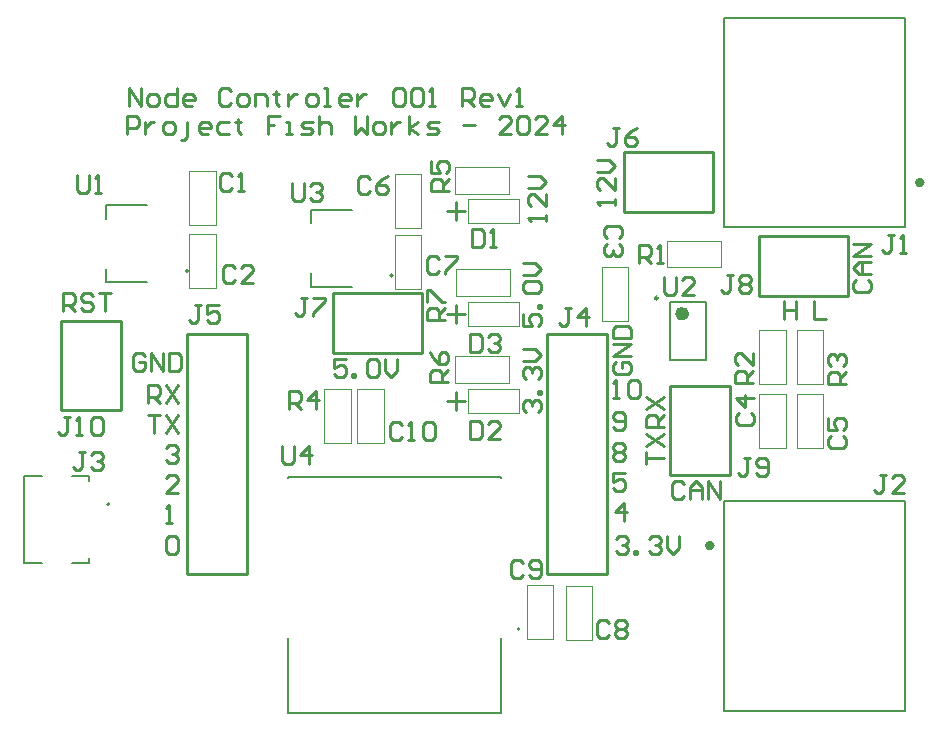
<source format=gto>
G04*
G04 #@! TF.GenerationSoftware,Altium Limited,Altium Designer,24.1.2 (44)*
G04*
G04 Layer_Color=65535*
%FSLAX44Y44*%
%MOMM*%
G71*
G04*
G04 #@! TF.SameCoordinates,CB13D785-5938-4027-9B75-91E117B44D59*
G04*
G04*
G04 #@! TF.FilePolarity,Positive*
G04*
G01*
G75*
%ADD10C,0.2000*%
%ADD11C,0.4000*%
%ADD12C,0.6000*%
%ADD13C,0.2500*%
%ADD14C,0.2540*%
%ADD15C,0.1000*%
%ADD16C,0.1270*%
D10*
X61010Y135110D02*
G03*
X61010Y135110I-1000J0D01*
G01*
X127680Y332460D02*
G03*
X127680Y332460I-1000J0D01*
G01*
X300920Y328790D02*
G03*
X300920Y328790I-1000J0D01*
G01*
X408260Y29420D02*
G03*
X408260Y29420I-1000J0D01*
G01*
X44010Y154560D02*
Y159110D01*
Y85110D02*
Y89660D01*
X28960Y85110D02*
X44010D01*
X-11490D02*
X4060D01*
X28960Y159110D02*
X44010D01*
X-11490D02*
X4060D01*
X-11490Y85110D02*
Y159110D01*
X58180Y387960D02*
X93180D01*
X58180Y322960D02*
X93180D01*
X58180Y376460D02*
Y387960D01*
Y322960D02*
Y334460D01*
X231420Y384290D02*
X266420D01*
X231420Y319290D02*
X266420D01*
X231420Y372790D02*
Y384290D01*
Y319290D02*
Y330790D01*
X535930Y257440D02*
X566430D01*
X535930Y306440D02*
X566430D01*
Y257440D02*
Y306440D01*
X535930Y257440D02*
Y306440D01*
D11*
X749150Y407400D02*
G03*
X749150Y407400I-2000J0D01*
G01*
X571350Y100000D02*
G03*
X571350Y100000I-2000J0D01*
G01*
D12*
X548930Y296440D02*
G03*
X548930Y296440I-3000J0D01*
G01*
D13*
X525430Y309490D02*
G03*
X525430Y309490I-1250J0D01*
G01*
D14*
X535940Y234950D02*
X586740D01*
X535940Y159550D02*
X586740D01*
Y234950D01*
X535940Y159550D02*
Y234950D01*
X354330Y375920D02*
Y391160D01*
X346710Y383540D02*
X361950D01*
X250190Y262890D02*
X325590D01*
X250190Y313690D02*
X325590D01*
Y262890D02*
Y313690D01*
X250190Y262890D02*
Y313690D01*
X346710Y222250D02*
X361950D01*
X354330Y214630D02*
Y229870D01*
X346710Y295910D02*
X361950D01*
X354330Y288290D02*
Y303530D01*
X611200Y311600D02*
Y362400D01*
X686600Y311600D02*
Y362400D01*
X611200D02*
X686600D01*
X611200Y311600D02*
X686600D01*
X431800Y76200D02*
X482600D01*
X431800Y279400D02*
X482600D01*
X431800Y76200D02*
Y279400D01*
X482600Y76200D02*
Y279400D01*
X20320Y214630D02*
X71120D01*
X20320Y290030D02*
X71120D01*
X20320Y214630D02*
Y290030D01*
X71120Y214630D02*
Y290030D01*
X127000Y76200D02*
X177800D01*
X127000Y279400D02*
X177800D01*
X127000Y76200D02*
Y279400D01*
X177800Y76200D02*
Y279400D01*
X496570Y382270D02*
X571970D01*
X496570Y433070D02*
X571970D01*
Y382270D02*
Y433070D01*
X496570Y382270D02*
Y433070D01*
X685067Y236864D02*
X669832D01*
Y244481D01*
X672372Y247020D01*
X677450D01*
X679989Y244481D01*
Y236864D01*
Y241942D02*
X685067Y247020D01*
X672372Y252099D02*
X669832Y254638D01*
Y259716D01*
X672372Y262255D01*
X674911D01*
X677450Y259716D01*
Y257177D01*
Y259716D01*
X679989Y262255D01*
X682528D01*
X685067Y259716D01*
Y254638D01*
X682528Y252099D01*
X530860Y200660D02*
X515625D01*
Y208277D01*
X518164Y210817D01*
X523242D01*
X525782Y208277D01*
Y200660D01*
Y205738D02*
X530860Y210817D01*
X515625Y215895D02*
X530860Y226052D01*
X515625D02*
X530860Y215895D01*
X515625Y168910D02*
Y179067D01*
Y173988D01*
X530860D01*
X515625Y184145D02*
X530860Y194302D01*
X515625D02*
X530860Y184145D01*
X76200Y448308D02*
Y463543D01*
X83818D01*
X86357Y461004D01*
Y455926D01*
X83818Y453387D01*
X76200D01*
X91435Y458465D02*
Y448308D01*
Y453387D01*
X93974Y455926D01*
X96513Y458465D01*
X99053D01*
X109209Y448308D02*
X114288D01*
X116827Y450848D01*
Y455926D01*
X114288Y458465D01*
X109209D01*
X106670Y455926D01*
Y450848D01*
X109209Y448308D01*
X121905Y443230D02*
X124444D01*
X126984Y445769D01*
Y458465D01*
X144758Y448308D02*
X139679D01*
X137140Y450848D01*
Y455926D01*
X139679Y458465D01*
X144758D01*
X147297Y455926D01*
Y453387D01*
X137140D01*
X162532Y458465D02*
X154915D01*
X152375Y455926D01*
Y450848D01*
X154915Y448308D01*
X162532D01*
X170150Y461004D02*
Y458465D01*
X167610D01*
X172689D01*
X170150D01*
Y450848D01*
X172689Y448308D01*
X205698Y463543D02*
X195541D01*
Y455926D01*
X200620D01*
X195541D01*
Y448308D01*
X210777D02*
X215855D01*
X213316D01*
Y458465D01*
X210777D01*
X223472Y448308D02*
X231090D01*
X233629Y450848D01*
X231090Y453387D01*
X226012D01*
X223472Y455926D01*
X226012Y458465D01*
X233629D01*
X238707Y463543D02*
Y448308D01*
Y455926D01*
X241247Y458465D01*
X246325D01*
X248864Y455926D01*
Y448308D01*
X269178Y463543D02*
Y448308D01*
X274256Y453387D01*
X279334Y448308D01*
Y463543D01*
X286952Y448308D02*
X292030D01*
X294569Y450848D01*
Y455926D01*
X292030Y458465D01*
X286952D01*
X284413Y455926D01*
Y450848D01*
X286952Y448308D01*
X299648Y458465D02*
Y448308D01*
Y453387D01*
X302187Y455926D01*
X304726Y458465D01*
X307265D01*
X314883Y448308D02*
Y463543D01*
Y453387D02*
X322500Y458465D01*
X314883Y453387D02*
X322500Y448308D01*
X330118D02*
X337735D01*
X340275Y450848D01*
X337735Y453387D01*
X332657D01*
X330118Y455926D01*
X332657Y458465D01*
X340275D01*
X360588Y455926D02*
X370745D01*
X401215Y448308D02*
X391058D01*
X401215Y458465D01*
Y461004D01*
X398676Y463543D01*
X393597D01*
X391058Y461004D01*
X406293D02*
X408832Y463543D01*
X413911D01*
X416450Y461004D01*
Y450848D01*
X413911Y448308D01*
X408832D01*
X406293Y450848D01*
Y461004D01*
X431685Y448308D02*
X421528D01*
X431685Y458465D01*
Y461004D01*
X429146Y463543D01*
X424067D01*
X421528Y461004D01*
X444381Y448308D02*
Y463543D01*
X436763Y455926D01*
X446920D01*
X77470Y472440D02*
Y487675D01*
X87627Y472440D01*
Y487675D01*
X95244Y472440D02*
X100323D01*
X102862Y474979D01*
Y480057D01*
X100323Y482597D01*
X95244D01*
X92705Y480057D01*
Y474979D01*
X95244Y472440D01*
X118097Y487675D02*
Y472440D01*
X110479D01*
X107940Y474979D01*
Y480057D01*
X110479Y482597D01*
X118097D01*
X130793Y472440D02*
X125714D01*
X123175Y474979D01*
Y480057D01*
X125714Y482597D01*
X130793D01*
X133332Y480057D01*
Y477518D01*
X123175D01*
X163802Y485136D02*
X161263Y487675D01*
X156185D01*
X153645Y485136D01*
Y474979D01*
X156185Y472440D01*
X161263D01*
X163802Y474979D01*
X171420Y472440D02*
X176498D01*
X179037Y474979D01*
Y480057D01*
X176498Y482597D01*
X171420D01*
X168880Y480057D01*
Y474979D01*
X171420Y472440D01*
X184116D02*
Y482597D01*
X191733D01*
X194272Y480057D01*
Y472440D01*
X201890Y485136D02*
Y482597D01*
X199351D01*
X204429D01*
X201890D01*
Y474979D01*
X204429Y472440D01*
X212047Y482597D02*
Y472440D01*
Y477518D01*
X214586Y480057D01*
X217125Y482597D01*
X219664D01*
X229821Y472440D02*
X234899D01*
X237438Y474979D01*
Y480057D01*
X234899Y482597D01*
X229821D01*
X227281Y480057D01*
Y474979D01*
X229821Y472440D01*
X242517D02*
X247595D01*
X245056D01*
Y487675D01*
X242517D01*
X262830Y472440D02*
X257752D01*
X255212Y474979D01*
Y480057D01*
X257752Y482597D01*
X262830D01*
X265369Y480057D01*
Y477518D01*
X255212D01*
X270448Y482597D02*
Y472440D01*
Y477518D01*
X272987Y480057D01*
X275526Y482597D01*
X278065D01*
X300918Y485136D02*
X303457Y487675D01*
X308535D01*
X311074Y485136D01*
Y474979D01*
X308535Y472440D01*
X303457D01*
X300918Y474979D01*
Y485136D01*
X316153D02*
X318692Y487675D01*
X323770D01*
X326310Y485136D01*
Y474979D01*
X323770Y472440D01*
X318692D01*
X316153Y474979D01*
Y485136D01*
X331388Y472440D02*
X336466D01*
X333927D01*
Y487675D01*
X331388Y485136D01*
X359319Y472440D02*
Y487675D01*
X366936D01*
X369476Y485136D01*
Y480057D01*
X366936Y477518D01*
X359319D01*
X364397D02*
X369476Y472440D01*
X382171D02*
X377093D01*
X374554Y474979D01*
Y480057D01*
X377093Y482597D01*
X382171D01*
X384711Y480057D01*
Y477518D01*
X374554D01*
X389789Y482597D02*
X394867Y472440D01*
X399946Y482597D01*
X405024Y472440D02*
X410102D01*
X407563D01*
Y487675D01*
X405024Y485136D01*
X547367Y152396D02*
X544827Y154935D01*
X539749D01*
X537210Y152396D01*
Y142239D01*
X539749Y139700D01*
X544827D01*
X547367Y142239D01*
X552445Y139700D02*
Y149857D01*
X557523Y154935D01*
X562602Y149857D01*
Y139700D01*
Y147317D01*
X552445D01*
X567680Y139700D02*
Y154935D01*
X577837Y139700D01*
Y154935D01*
X657860Y307335D02*
Y292100D01*
X668017D01*
X632460Y307335D02*
Y292100D01*
Y299718D01*
X642617D01*
Y307335D01*
Y292100D01*
X693424Y325117D02*
X690885Y322578D01*
Y317499D01*
X693424Y314960D01*
X703581D01*
X706120Y317499D01*
Y322578D01*
X703581Y325117D01*
X706120Y330195D02*
X695963D01*
X690885Y335273D01*
X695963Y340352D01*
X706120D01*
X698503D01*
Y330195D01*
X706120Y345430D02*
X690885D01*
X706120Y355587D01*
X690885D01*
X21590Y298450D02*
Y313685D01*
X29207D01*
X31747Y311146D01*
Y306068D01*
X29207Y303528D01*
X21590D01*
X26668D02*
X31747Y298450D01*
X46982Y311146D02*
X44443Y313685D01*
X39364D01*
X36825Y311146D01*
Y308607D01*
X39364Y306068D01*
X44443D01*
X46982Y303528D01*
Y300989D01*
X44443Y298450D01*
X39364D01*
X36825Y300989D01*
X52060Y313685D02*
X62217D01*
X57139D01*
Y298450D01*
X490220Y105406D02*
X492759Y107945D01*
X497837D01*
X500377Y105406D01*
Y102867D01*
X497837Y100328D01*
X495298D01*
X497837D01*
X500377Y97788D01*
Y95249D01*
X497837Y92710D01*
X492759D01*
X490220Y95249D01*
X505455Y92710D02*
Y95249D01*
X507994D01*
Y92710D01*
X505455D01*
X518151Y105406D02*
X520690Y107945D01*
X525769D01*
X528308Y105406D01*
Y102867D01*
X525769Y100328D01*
X523229D01*
X525769D01*
X528308Y97788D01*
Y95249D01*
X525769Y92710D01*
X520690D01*
X518151Y95249D01*
X533386Y107945D02*
Y97788D01*
X538464Y92710D01*
X543543Y97788D01*
Y107945D01*
X496567Y120650D02*
Y135885D01*
X488950Y128267D01*
X499107D01*
X497837Y161285D02*
X487680D01*
Y153667D01*
X492758Y156207D01*
X495298D01*
X497837Y153667D01*
Y148589D01*
X495298Y146050D01*
X490219D01*
X487680Y148589D01*
Y184146D02*
X490219Y186685D01*
X495298D01*
X497837Y184146D01*
Y181607D01*
X495298Y179067D01*
X497837Y176528D01*
Y173989D01*
X495298Y171450D01*
X490219D01*
X487680Y173989D01*
Y176528D01*
X490219Y179067D01*
X487680Y181607D01*
Y184146D01*
X490219Y179067D02*
X495298D01*
X487680Y200659D02*
X490219Y198120D01*
X495298D01*
X497837Y200659D01*
Y210816D01*
X495298Y213355D01*
X490219D01*
X487680Y210816D01*
Y208277D01*
X490219Y205737D01*
X497837D01*
X487680Y224790D02*
X492758D01*
X490219D01*
Y240025D01*
X487680Y237486D01*
X500376D02*
X502915Y240025D01*
X507993D01*
X510533Y237486D01*
Y227329D01*
X507993Y224790D01*
X502915D01*
X500376Y227329D01*
Y237486D01*
X490224Y255267D02*
X487685Y252728D01*
Y247649D01*
X490224Y245110D01*
X500381D01*
X502920Y247649D01*
Y252728D01*
X500381Y255267D01*
X495303D01*
Y250188D01*
X502920Y260345D02*
X487685D01*
X502920Y270502D01*
X487685D01*
Y275580D02*
X502920D01*
Y283198D01*
X500381Y285737D01*
X490224D01*
X487685Y283198D01*
Y275580D01*
X109220Y105406D02*
X111759Y107945D01*
X116838D01*
X119377Y105406D01*
Y95249D01*
X116838Y92710D01*
X111759D01*
X109220Y95249D01*
Y105406D01*
Y119380D02*
X114298D01*
X111759D01*
Y134615D01*
X109220Y132076D01*
X119377Y144780D02*
X109220D01*
X119377Y154937D01*
Y157476D01*
X116838Y160015D01*
X111759D01*
X109220Y157476D01*
Y182876D02*
X111759Y185415D01*
X116838D01*
X119377Y182876D01*
Y180337D01*
X116838Y177798D01*
X114298D01*
X116838D01*
X119377Y175258D01*
Y172719D01*
X116838Y170180D01*
X111759D01*
X109220Y172719D01*
X93980Y210815D02*
X104137D01*
X99058D01*
Y195580D01*
X109215Y210815D02*
X119372Y195580D01*
Y210815D02*
X109215Y195580D01*
X93980Y220980D02*
Y236215D01*
X101597D01*
X104137Y233676D01*
Y228598D01*
X101597Y226058D01*
X93980D01*
X99058D02*
X104137Y220980D01*
X109215Y236215D02*
X119372Y220980D01*
Y236215D02*
X109215Y220980D01*
X91437Y260346D02*
X88897Y262885D01*
X83819D01*
X81280Y260346D01*
Y250189D01*
X83819Y247650D01*
X88897D01*
X91437Y250189D01*
Y255268D01*
X86358D01*
X96515Y247650D02*
Y262885D01*
X106672Y247650D01*
Y262885D01*
X111750D02*
Y247650D01*
X119368D01*
X121907Y250189D01*
Y260346D01*
X119368Y262885D01*
X111750D01*
X261617Y257805D02*
X251460D01*
Y250187D01*
X256538Y252727D01*
X259077D01*
X261617Y250187D01*
Y245109D01*
X259077Y242570D01*
X253999D01*
X251460Y245109D01*
X266695Y242570D02*
Y245109D01*
X269234D01*
Y242570D01*
X266695D01*
X279391Y255266D02*
X281930Y257805D01*
X287008D01*
X289548Y255266D01*
Y245109D01*
X287008Y242570D01*
X281930D01*
X279391Y245109D01*
Y255266D01*
X294626Y257805D02*
Y247648D01*
X299704Y242570D01*
X304783Y247648D01*
Y257805D01*
X488950Y388620D02*
Y393698D01*
Y391159D01*
X473715D01*
X476254Y388620D01*
X488950Y411473D02*
Y401316D01*
X478793Y411473D01*
X476254D01*
X473715Y408933D01*
Y403855D01*
X476254Y401316D01*
X473715Y416551D02*
X483872D01*
X488950Y421629D01*
X483872Y426708D01*
X473715D01*
X414024Y213360D02*
X411485Y215899D01*
Y220977D01*
X414024Y223517D01*
X416563D01*
X419103Y220977D01*
Y218438D01*
Y220977D01*
X421642Y223517D01*
X424181D01*
X426720Y220977D01*
Y215899D01*
X424181Y213360D01*
X426720Y228595D02*
X424181D01*
Y231134D01*
X426720D01*
Y228595D01*
X414024Y241291D02*
X411485Y243830D01*
Y248909D01*
X414024Y251448D01*
X416563D01*
X419103Y248909D01*
Y246369D01*
Y248909D01*
X421642Y251448D01*
X424181D01*
X426720Y248909D01*
Y243830D01*
X424181Y241291D01*
X411485Y256526D02*
X421642D01*
X426720Y261604D01*
X421642Y266683D01*
X411485D01*
Y295907D02*
Y285750D01*
X419103D01*
X416563Y290828D01*
Y293368D01*
X419103Y295907D01*
X424181D01*
X426720Y293368D01*
Y288289D01*
X424181Y285750D01*
X426720Y300985D02*
X424181D01*
Y303524D01*
X426720D01*
Y300985D01*
X414024Y313681D02*
X411485Y316220D01*
Y321298D01*
X414024Y323838D01*
X424181D01*
X426720Y321298D01*
Y316220D01*
X424181Y313681D01*
X414024D01*
X411485Y328916D02*
X421642D01*
X426720Y333994D01*
X421642Y339073D01*
X411485D01*
X430530Y374650D02*
Y379728D01*
Y377189D01*
X415295D01*
X417834Y374650D01*
X430530Y397503D02*
Y387346D01*
X420373Y397503D01*
X417834D01*
X415295Y394963D01*
Y389885D01*
X417834Y387346D01*
X415295Y402581D02*
X425452D01*
X430530Y407659D01*
X425452Y412738D01*
X415295D01*
X40471Y179557D02*
X35392D01*
X37932D01*
Y166862D01*
X35392Y164322D01*
X32853D01*
X30314Y166862D01*
X45549Y177018D02*
X48088Y179557D01*
X53167D01*
X55706Y177018D01*
Y174479D01*
X53167Y171940D01*
X50627D01*
X53167D01*
X55706Y169401D01*
Y166862D01*
X53167Y164322D01*
X48088D01*
X45549Y166862D01*
X589281Y328927D02*
X584202D01*
X586742D01*
Y316232D01*
X584202Y313692D01*
X581663D01*
X579124Y316232D01*
X594359Y326388D02*
X596898Y328927D01*
X601977D01*
X604516Y326388D01*
Y323849D01*
X601977Y321310D01*
X604516Y318771D01*
Y316232D01*
X601977Y313692D01*
X596898D01*
X594359Y316232D01*
Y318771D01*
X596898Y321310D01*
X594359Y323849D01*
Y326388D01*
X596898Y321310D02*
X601977D01*
X207010Y184145D02*
Y171449D01*
X209549Y168910D01*
X214627D01*
X217167Y171449D01*
Y184145D01*
X229863Y168910D02*
Y184145D01*
X222245Y176528D01*
X232402D01*
X215664Y407207D02*
Y394512D01*
X218203Y391973D01*
X223282D01*
X225821Y394512D01*
Y407207D01*
X230899Y404668D02*
X233438Y407207D01*
X238517D01*
X241056Y404668D01*
Y402129D01*
X238517Y399590D01*
X235977D01*
X238517D01*
X241056Y397051D01*
Y394512D01*
X238517Y391973D01*
X233438D01*
X230899Y394512D01*
X530864Y327658D02*
Y314962D01*
X533403Y312423D01*
X538482D01*
X541021Y314962D01*
Y327658D01*
X556256Y312423D02*
X546099D01*
X556256Y322579D01*
Y325118D01*
X553717Y327658D01*
X548638D01*
X546099Y325118D01*
X33528Y413507D02*
Y400811D01*
X36067Y398272D01*
X41146D01*
X43685Y400811D01*
Y413507D01*
X48763Y398272D02*
X53841D01*
X51302D01*
Y413507D01*
X48763Y410968D01*
X345438Y290834D02*
X330202D01*
Y298452D01*
X332742Y300991D01*
X337820D01*
X340359Y298452D01*
Y290834D01*
Y295912D02*
X345438Y300991D01*
X330202Y306069D02*
Y316226D01*
X332742D01*
X342898Y306069D01*
X345438D01*
X348122Y238764D02*
X332887D01*
Y246382D01*
X335426Y248921D01*
X340505D01*
X343044Y246382D01*
Y238764D01*
Y243843D02*
X348122Y248921D01*
X332887Y264156D02*
X335426Y259077D01*
X340505Y253999D01*
X345583D01*
X348122Y256538D01*
Y261617D01*
X345583Y264156D01*
X343044D01*
X340505Y261617D01*
Y253999D01*
X348863Y400054D02*
X333628D01*
Y407672D01*
X336167Y410211D01*
X341245D01*
X343784Y407672D01*
Y400054D01*
Y405132D02*
X348863Y410211D01*
X333628Y425446D02*
Y415289D01*
X341245D01*
X338706Y420368D01*
Y422907D01*
X341245Y425446D01*
X346323D01*
X348863Y422907D01*
Y417828D01*
X346323Y415289D01*
X213364Y215903D02*
Y231138D01*
X220982D01*
X223521Y228598D01*
Y223520D01*
X220982Y220981D01*
X213364D01*
X218442D02*
X223521Y215903D01*
X236217D02*
Y231138D01*
X228599Y223520D01*
X238756D01*
X605838Y238084D02*
X590603D01*
Y245701D01*
X593142Y248240D01*
X598220D01*
X600759Y245701D01*
Y238084D01*
Y243162D02*
X605838Y248240D01*
Y263475D02*
Y253319D01*
X595681Y263475D01*
X593142D01*
X590603Y260936D01*
Y255858D01*
X593142Y253319D01*
X509273Y339092D02*
Y354328D01*
X516891D01*
X519430Y351788D01*
Y346710D01*
X516891Y344171D01*
X509273D01*
X514352D02*
X519430Y339092D01*
X524508D02*
X529587D01*
X527048D01*
Y354328D01*
X524508Y351788D01*
X27833Y209048D02*
X22754D01*
X25294D01*
Y196352D01*
X22754Y193813D01*
X20215D01*
X17676Y196352D01*
X32911Y193813D02*
X37990D01*
X35450D01*
Y209048D01*
X32911Y206508D01*
X45607D02*
X48146Y209048D01*
X53225D01*
X55764Y206508D01*
Y196352D01*
X53225Y193813D01*
X48146D01*
X45607Y196352D01*
Y206508D01*
X603251Y173988D02*
X598172D01*
X600712D01*
Y161292D01*
X598172Y158752D01*
X595633D01*
X593094Y161292D01*
X608329D02*
X610868Y158752D01*
X615947D01*
X618486Y161292D01*
Y171448D01*
X615947Y173988D01*
X610868D01*
X608329Y171448D01*
Y168909D01*
X610868Y166370D01*
X618486D01*
X228601Y309877D02*
X223522D01*
X226062D01*
Y297182D01*
X223522Y294643D01*
X220983D01*
X218444Y297182D01*
X233679Y309877D02*
X243836D01*
Y307338D01*
X233679Y297182D01*
Y294643D01*
X492761Y453387D02*
X487682D01*
X490222D01*
Y440692D01*
X487682Y438153D01*
X485143D01*
X482604Y440692D01*
X507996Y453387D02*
X502918Y450848D01*
X497839Y445770D01*
Y440692D01*
X500378Y438153D01*
X505457D01*
X507996Y440692D01*
Y443231D01*
X505457Y445770D01*
X497839D01*
X138427Y303525D02*
X133348D01*
X135887D01*
Y290829D01*
X133348Y288290D01*
X130809D01*
X128270Y290829D01*
X153662Y303525D02*
X143505D01*
Y295907D01*
X148583Y298447D01*
X151123D01*
X153662Y295907D01*
Y290829D01*
X151123Y288290D01*
X146044D01*
X143505Y290829D01*
X452121Y300987D02*
X447043D01*
X449582D01*
Y288292D01*
X447043Y285753D01*
X444503D01*
X441964Y288292D01*
X464817Y285753D02*
Y300987D01*
X457199Y293370D01*
X467356D01*
X718821Y160018D02*
X713743D01*
X716282D01*
Y147322D01*
X713743Y144782D01*
X711203D01*
X708664Y147322D01*
X734056Y144782D02*
X723899D01*
X734056Y154939D01*
Y157478D01*
X731517Y160018D01*
X726438D01*
X723899Y157478D01*
X725170Y363218D02*
X720092D01*
X722631D01*
Y350522D01*
X720092Y347982D01*
X717552D01*
X715013Y350522D01*
X730248Y347982D02*
X735327D01*
X732788D01*
Y363218D01*
X730248Y360678D01*
X366294Y279398D02*
Y264163D01*
X373912D01*
X376451Y266702D01*
Y276858D01*
X373912Y279398D01*
X366294D01*
X381529Y276858D02*
X384068Y279398D01*
X389147D01*
X391686Y276858D01*
Y274319D01*
X389147Y271780D01*
X386607D01*
X389147D01*
X391686Y269241D01*
Y266702D01*
X389147Y264163D01*
X384068D01*
X381529Y266702D01*
X366294Y205737D02*
Y190502D01*
X373912D01*
X376451Y193042D01*
Y203198D01*
X373912Y205737D01*
X366294D01*
X391686Y190502D02*
X381529D01*
X391686Y200659D01*
Y203198D01*
X389147Y205737D01*
X384068D01*
X381529Y203198D01*
X368303Y368298D02*
Y353063D01*
X375921D01*
X378460Y355602D01*
Y365758D01*
X375921Y368298D01*
X368303D01*
X383538Y353063D02*
X388617D01*
X386078D01*
Y368298D01*
X383538Y365758D01*
X308613Y201928D02*
X306074Y204468D01*
X300995D01*
X298456Y201928D01*
Y191772D01*
X300995Y189233D01*
X306074D01*
X308613Y191772D01*
X313691Y189233D02*
X318770D01*
X316230D01*
Y204468D01*
X313691Y201928D01*
X326387D02*
X328926Y204468D01*
X334005D01*
X336544Y201928D01*
Y191772D01*
X334005Y189233D01*
X328926D01*
X326387Y191772D01*
Y201928D01*
X411481Y85088D02*
X408942Y87627D01*
X403863D01*
X401324Y85088D01*
Y74932D01*
X403863Y72393D01*
X408942D01*
X411481Y74932D01*
X416559D02*
X419098Y72393D01*
X424177D01*
X426716Y74932D01*
Y85088D01*
X424177Y87627D01*
X419098D01*
X416559Y85088D01*
Y82549D01*
X419098Y80010D01*
X426716D01*
X483871Y34288D02*
X481332Y36827D01*
X476253D01*
X473714Y34288D01*
Y24132D01*
X476253Y21593D01*
X481332D01*
X483871Y24132D01*
X488949Y34288D02*
X491488Y36827D01*
X496567D01*
X499106Y34288D01*
Y31749D01*
X496567Y29210D01*
X499106Y26671D01*
Y24132D01*
X496567Y21593D01*
X491488D01*
X488949Y24132D01*
Y26671D01*
X491488Y29210D01*
X488949Y31749D01*
Y34288D01*
X491488Y29210D02*
X496567D01*
X340361Y342898D02*
X337822Y345438D01*
X332743D01*
X330204Y342898D01*
Y332742D01*
X332743Y330202D01*
X337822D01*
X340361Y332742D01*
X345439Y345438D02*
X355596D01*
Y342898D01*
X345439Y332742D01*
Y330202D01*
X281941Y410208D02*
X279402Y412747D01*
X274323D01*
X271784Y410208D01*
Y400052D01*
X274323Y397513D01*
X279402D01*
X281941Y400052D01*
X297176Y412747D02*
X292097Y410208D01*
X287019Y405130D01*
Y400052D01*
X289558Y397513D01*
X294637D01*
X297176Y400052D01*
Y402591D01*
X294637Y405130D01*
X287019D01*
X672372Y192731D02*
X669832Y190191D01*
Y185113D01*
X672372Y182574D01*
X682528D01*
X685067Y185113D01*
Y190191D01*
X682528Y192731D01*
X669832Y207966D02*
Y197809D01*
X677450D01*
X674911Y202887D01*
Y205427D01*
X677450Y207966D01*
X682528D01*
X685067Y205427D01*
Y200348D01*
X682528Y197809D01*
X594362Y212091D02*
X591823Y209552D01*
Y204473D01*
X594362Y201934D01*
X604518D01*
X607057Y204473D01*
Y209552D01*
X604518Y212091D01*
X607057Y224787D02*
X591823D01*
X599440Y217169D01*
Y227326D01*
X492758Y360679D02*
X495298Y363218D01*
Y368297D01*
X492758Y370836D01*
X482602D01*
X480062Y368297D01*
Y363218D01*
X482602Y360679D01*
X492758Y355601D02*
X495298Y353062D01*
Y347983D01*
X492758Y345444D01*
X490219D01*
X487680Y347983D01*
Y350522D01*
Y347983D01*
X485141Y345444D01*
X482602D01*
X480062Y347983D01*
Y353062D01*
X482602Y355601D01*
X167641Y335278D02*
X165102Y337817D01*
X160023D01*
X157484Y335278D01*
Y325122D01*
X160023Y322583D01*
X165102D01*
X167641Y325122D01*
X182876Y322583D02*
X172719D01*
X182876Y332739D01*
Y335278D01*
X180337Y337817D01*
X175258D01*
X172719Y335278D01*
X165100Y412748D02*
X162561Y415288D01*
X157483D01*
X154943Y412748D01*
Y402592D01*
X157483Y400052D01*
X162561D01*
X165100Y402592D01*
X170178Y400052D02*
X175257D01*
X172718D01*
Y415288D01*
X170178Y412748D01*
D15*
X150900Y318240D02*
Y363960D01*
X128500Y318240D02*
Y363960D01*
X150900D01*
X128500Y318240D02*
X150900D01*
X128500Y417300D02*
X150900D01*
X128500Y371580D02*
X150900D01*
Y417300D01*
X128500Y371580D02*
Y417300D01*
X302490Y368830D02*
Y414550D01*
X324890Y368830D02*
Y414550D01*
X302490Y368830D02*
X324890D01*
X302490Y414550D02*
X324890D01*
Y316970D02*
Y362690D01*
X302490Y316970D02*
Y362690D01*
X324890D01*
X302490Y316970D02*
X324890D01*
X399665Y397740D02*
Y420140D01*
X353945Y397740D02*
Y420140D01*
Y397740D02*
X399665D01*
X353945Y420140D02*
X399665D01*
X364490Y393700D02*
X407670D01*
X364490Y373380D02*
X407670D01*
X364490D02*
Y393700D01*
X407670Y373380D02*
Y393700D01*
X400050Y311380D02*
Y333780D01*
X354330Y311380D02*
Y333780D01*
Y311380D02*
X400050D01*
X354330Y333780D02*
X400050D01*
X611100Y282680D02*
X633500D01*
X611100Y236960D02*
X633500D01*
Y282680D01*
X611100Y236960D02*
Y282680D01*
Y182350D02*
Y228070D01*
X633500Y182350D02*
Y228070D01*
X611100Y182350D02*
X633500D01*
X611100Y228070D02*
X633500D01*
X642850Y228070D02*
X665250D01*
X642850Y182350D02*
X665250D01*
Y228070D01*
X642850Y182350D02*
Y228070D01*
Y282680D02*
X665250D01*
X642850Y236960D02*
X665250D01*
Y282680D01*
X642850Y236960D02*
Y282680D01*
X353945Y260120D02*
X399665D01*
X353945Y237720D02*
X399665D01*
X353945D02*
Y260120D01*
X399665Y237720D02*
Y260120D01*
X407670Y212090D02*
Y232410D01*
X364490Y212090D02*
Y232410D01*
Y212090D02*
X407670D01*
X364490Y232410D02*
X407670D01*
Y285750D02*
Y306070D01*
X364490Y285750D02*
Y306070D01*
Y285750D02*
X407670D01*
X364490Y306070D02*
X407670D01*
X533400Y335510D02*
Y357910D01*
X579120Y335510D02*
Y357910D01*
X533400D02*
X579120D01*
X533400Y335510D02*
X579120D01*
X293240Y187220D02*
Y232940D01*
X270840Y187220D02*
Y232940D01*
X293240D01*
X270840Y187220D02*
X293240D01*
X242840D02*
Y232940D01*
X265240Y187220D02*
Y232940D01*
X242840Y187220D02*
X265240D01*
X242840Y232940D02*
X265240D01*
X436650Y20850D02*
Y66570D01*
X414250Y20850D02*
Y66570D01*
X436650D01*
X414250Y20850D02*
X436650D01*
X469670Y20320D02*
Y66040D01*
X447271Y20320D02*
Y66040D01*
X469670D01*
X447271Y20320D02*
X469670D01*
X477750Y290300D02*
Y336020D01*
X500150Y290300D02*
Y336020D01*
X477750Y290300D02*
X500150D01*
X477750Y336020D02*
X500150D01*
D16*
X734750Y369700D02*
Y547100D01*
X581750Y369700D02*
X734750D01*
X581750D02*
Y547100D01*
X734750D01*
X212260Y-41580D02*
X392260D01*
X212260D02*
Y21720D01*
Y158420D02*
X392260D01*
Y-41580D02*
Y21720D01*
X212260Y157120D02*
Y158420D01*
X392260Y157120D02*
Y158420D01*
X581750Y-39700D02*
Y137700D01*
X734750D01*
Y-39700D02*
Y137700D01*
X581750Y-39700D02*
X734750D01*
M02*

</source>
